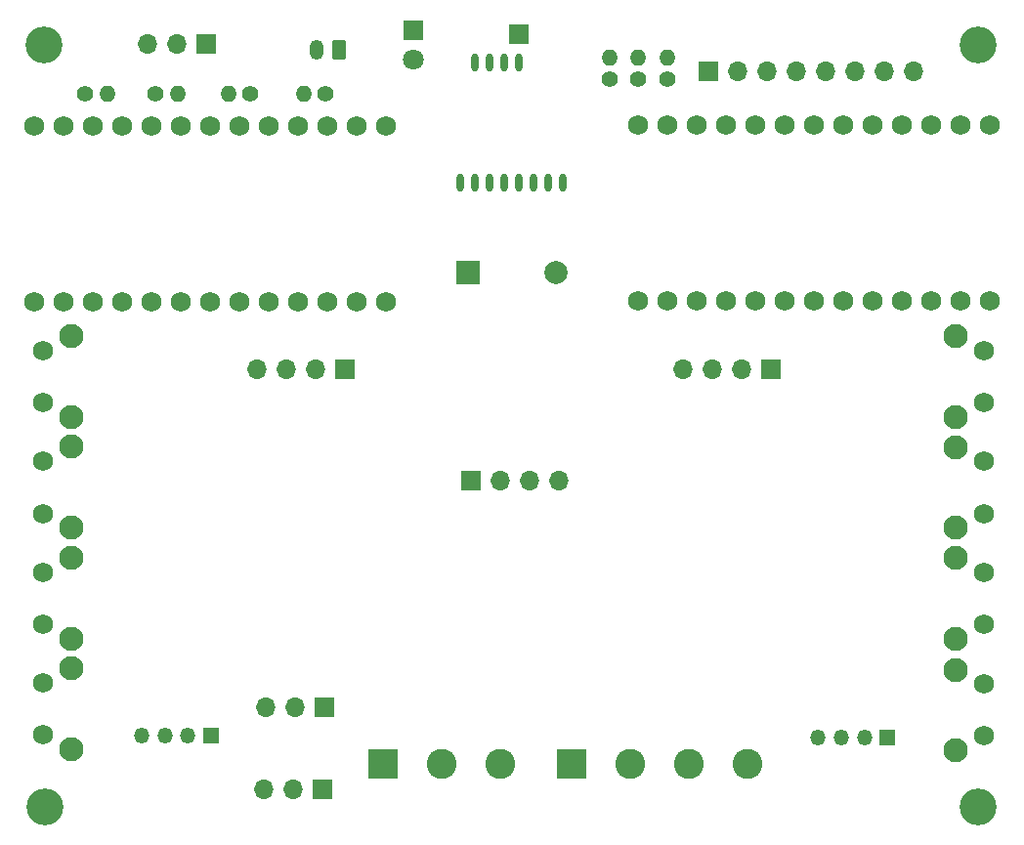
<source format=gbr>
%TF.GenerationSoftware,KiCad,Pcbnew,8.0.6-8.0.6-0~ubuntu24.04.1*%
%TF.CreationDate,2025-07-02T20:36:49-04:00*%
%TF.ProjectId,meshbot_kicad_v1,6d657368-626f-4745-9f6b-696361645f76,rev?*%
%TF.SameCoordinates,Original*%
%TF.FileFunction,Soldermask,Top*%
%TF.FilePolarity,Negative*%
%FSLAX46Y46*%
G04 Gerber Fmt 4.6, Leading zero omitted, Abs format (unit mm)*
G04 Created by KiCad (PCBNEW 8.0.6-8.0.6-0~ubuntu24.04.1) date 2025-07-02 20:36:49*
%MOMM*%
%LPD*%
G01*
G04 APERTURE LIST*
G04 Aperture macros list*
%AMRoundRect*
0 Rectangle with rounded corners*
0 $1 Rounding radius*
0 $2 $3 $4 $5 $6 $7 $8 $9 X,Y pos of 4 corners*
0 Add a 4 corners polygon primitive as box body*
4,1,4,$2,$3,$4,$5,$6,$7,$8,$9,$2,$3,0*
0 Add four circle primitives for the rounded corners*
1,1,$1+$1,$2,$3*
1,1,$1+$1,$4,$5*
1,1,$1+$1,$6,$7*
1,1,$1+$1,$8,$9*
0 Add four rect primitives between the rounded corners*
20,1,$1+$1,$2,$3,$4,$5,0*
20,1,$1+$1,$4,$5,$6,$7,0*
20,1,$1+$1,$6,$7,$8,$9,0*
20,1,$1+$1,$8,$9,$2,$3,0*%
G04 Aperture macros list end*
%ADD10R,1.800000X1.800000*%
%ADD11C,1.800000*%
%ADD12R,1.700000X1.700000*%
%ADD13O,1.700000X1.700000*%
%ADD14C,1.750000*%
%ADD15C,2.100000*%
%ADD16C,1.400000*%
%ADD17O,1.400000X1.400000*%
%ADD18RoundRect,0.250000X0.350000X0.625000X-0.350000X0.625000X-0.350000X-0.625000X0.350000X-0.625000X0*%
%ADD19O,1.200000X1.750000*%
%ADD20C,1.752600*%
%ADD21O,1.350000X1.350000*%
%ADD22R,1.350000X1.350000*%
%ADD23C,3.200000*%
%ADD24R,2.600000X2.600000*%
%ADD25C,2.600000*%
%ADD26R,2.000000X2.000000*%
%ADD27C,2.000000*%
%ADD28RoundRect,0.300000X0.000010X-0.500000X0.000010X0.500000X-0.000010X0.500000X-0.000010X-0.500000X0*%
G04 APERTURE END LIST*
D10*
%TO.C,D2*%
X136400000Y-41260000D03*
D11*
X136400000Y-43800000D03*
%TD*%
D12*
%TO.C,J2*%
X141380000Y-80300000D03*
D13*
X143920000Y-80300000D03*
X146460000Y-80300000D03*
X149000000Y-80300000D03*
%TD*%
D14*
%TO.C,SW8*%
X104300000Y-97800000D03*
X104300000Y-102300000D03*
D15*
X106790000Y-96540000D03*
X106790000Y-103550000D03*
%TD*%
D16*
%TO.C,R7*%
X153400000Y-45500000D03*
D17*
X153400000Y-43600000D03*
%TD*%
D18*
%TO.C,J1*%
X130000000Y-42900000D03*
D19*
X128000000Y-42900000D03*
%TD*%
D20*
%TO.C,U2*%
X106140000Y-64780000D03*
X108680000Y-64780000D03*
X111220000Y-64780000D03*
X113760000Y-64780000D03*
X116300000Y-64780000D03*
X118840000Y-64780000D03*
X121380000Y-64780000D03*
X123920000Y-64780000D03*
X126460000Y-64780000D03*
X129000000Y-64780000D03*
X131540000Y-64780000D03*
X134080000Y-64780000D03*
X134080000Y-49540000D03*
X131540000Y-49540000D03*
X129000000Y-49540000D03*
X126460000Y-49540000D03*
X123920000Y-49540000D03*
X121380000Y-49540000D03*
X118840000Y-49540000D03*
X116300000Y-49540000D03*
X113760000Y-49540000D03*
X111220000Y-49540000D03*
X108680000Y-49540000D03*
X106140000Y-49540000D03*
X103600000Y-49540000D03*
X103600000Y-64780000D03*
%TD*%
D21*
%TO.C,U5*%
X171500000Y-102500000D03*
X173500000Y-102500000D03*
X175500000Y-102500000D03*
D22*
X177500000Y-102500000D03*
%TD*%
D23*
%TO.C,H4*%
X104500000Y-108500000D03*
%TD*%
D20*
%TO.C,U3*%
X186380000Y-49460000D03*
X186380000Y-64700000D03*
X183840000Y-64700000D03*
X181300000Y-64700000D03*
X178760000Y-64700000D03*
X176220000Y-64700000D03*
X173680000Y-64700000D03*
X171140000Y-64700000D03*
X168600000Y-64700000D03*
X166060000Y-64700000D03*
X163520000Y-64700000D03*
X160980000Y-64700000D03*
X158440000Y-64700000D03*
X155900000Y-64700000D03*
X155900000Y-49460000D03*
X158440000Y-49460000D03*
X160980000Y-49460000D03*
X163520000Y-49460000D03*
X166060000Y-49460000D03*
X168600000Y-49460000D03*
X171140000Y-49460000D03*
X173680000Y-49460000D03*
X176220000Y-49460000D03*
X178760000Y-49460000D03*
X181300000Y-49460000D03*
X183840000Y-49460000D03*
%TD*%
D24*
%TO.C,J6*%
X150100000Y-104800000D03*
D25*
X155180000Y-104800000D03*
X160260000Y-104800000D03*
X165340000Y-104800000D03*
%TD*%
D14*
%TO.C,SW1*%
X104300000Y-69000000D03*
X104300000Y-73500000D03*
D15*
X106790000Y-67740000D03*
X106790000Y-74750000D03*
%TD*%
D17*
%TO.C,R1*%
X115995000Y-46700000D03*
D16*
X114095000Y-46700000D03*
%TD*%
D12*
%TO.C,J11*%
X128680000Y-99900000D03*
D13*
X126140000Y-99900000D03*
X123600000Y-99900000D03*
%TD*%
D26*
%TO.C,J9*%
X141200000Y-62200000D03*
D27*
X148800000Y-62200000D03*
%TD*%
D14*
%TO.C,SW7*%
X104300000Y-88200000D03*
X104300000Y-92700000D03*
D15*
X106790000Y-86940000D03*
X106790000Y-93950000D03*
%TD*%
D23*
%TO.C,H1*%
X104400000Y-42500000D03*
%TD*%
D17*
%TO.C,R6*%
X155900000Y-43600000D03*
D16*
X155900000Y-45500000D03*
%TD*%
D14*
%TO.C,SW6*%
X185900000Y-102400000D03*
X185900000Y-97900000D03*
D15*
X183410000Y-103660000D03*
X183410000Y-96650000D03*
%TD*%
D14*
%TO.C,SW5*%
X185900000Y-92700000D03*
X185900000Y-88200000D03*
D15*
X183410000Y-93960000D03*
X183410000Y-86950000D03*
%TD*%
D17*
%TO.C,R5*%
X158400000Y-43600000D03*
D16*
X158400000Y-45500000D03*
%TD*%
D14*
%TO.C,SW3*%
X185900000Y-73500000D03*
X185900000Y-69000000D03*
D15*
X183410000Y-74760000D03*
X183410000Y-67750000D03*
%TD*%
D13*
%TO.C,J3*%
X122900000Y-70600000D03*
X125440000Y-70600000D03*
X127980000Y-70600000D03*
D12*
X130520000Y-70600000D03*
%TD*%
D17*
%TO.C,R3*%
X126900000Y-46700000D03*
D16*
X128800000Y-46700000D03*
%TD*%
D17*
%TO.C,R2*%
X109895000Y-46700000D03*
D16*
X107995000Y-46700000D03*
%TD*%
D21*
%TO.C,U4*%
X112900000Y-102400000D03*
X114900000Y-102400000D03*
X116900000Y-102400000D03*
D22*
X118900000Y-102400000D03*
%TD*%
D14*
%TO.C,SW4*%
X185900000Y-83100000D03*
X185900000Y-78600000D03*
D15*
X183410000Y-84360000D03*
X183410000Y-77350000D03*
%TD*%
D13*
%TO.C,J13*%
X179805000Y-44775000D03*
X177265000Y-44775000D03*
X174725000Y-44775000D03*
X172185000Y-44775000D03*
X169645000Y-44775000D03*
X167105000Y-44775000D03*
X164565000Y-44775000D03*
D12*
X162025000Y-44775000D03*
%TD*%
D13*
%TO.C,J12*%
X123500000Y-107000000D03*
X126040000Y-107000000D03*
D12*
X128580000Y-107000000D03*
%TD*%
D23*
%TO.C,H3*%
X185400000Y-108500000D03*
%TD*%
D28*
%TO.C,U1*%
X140510000Y-54400000D03*
X141780000Y-54400000D03*
X143050000Y-54400000D03*
X144320000Y-54400000D03*
X145590000Y-54400000D03*
X146860000Y-54400000D03*
X148130000Y-54400000D03*
X149400000Y-54400000D03*
X145590000Y-44000000D03*
X144320000Y-44000000D03*
X143050000Y-44000000D03*
X141780000Y-44000000D03*
%TD*%
D25*
%TO.C,J7*%
X143960000Y-104800000D03*
X138880000Y-104800000D03*
D24*
X133800000Y-104800000D03*
%TD*%
D12*
%TO.C,J4*%
X145600000Y-41600000D03*
%TD*%
D17*
%TO.C,R4*%
X120400000Y-46700000D03*
D16*
X122300000Y-46700000D03*
%TD*%
D23*
%TO.C,H2*%
X185400000Y-42500000D03*
%TD*%
D14*
%TO.C,SW2*%
X104300000Y-78600000D03*
X104300000Y-83100000D03*
D15*
X106790000Y-77340000D03*
X106790000Y-84350000D03*
%TD*%
D12*
%TO.C,J5*%
X167420000Y-70600000D03*
D13*
X164880000Y-70600000D03*
X162340000Y-70600000D03*
X159800000Y-70600000D03*
%TD*%
D12*
%TO.C,J8*%
X118500000Y-42400000D03*
D13*
X115960000Y-42400000D03*
X113420000Y-42400000D03*
%TD*%
M02*

</source>
